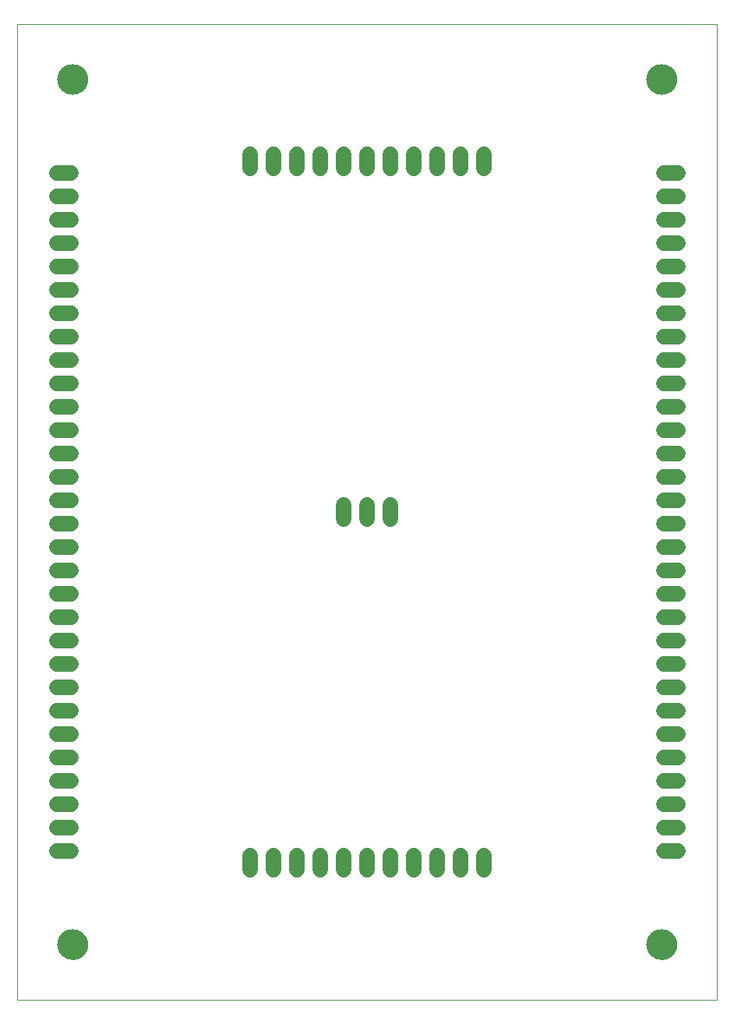
<source format=gts>
G75*
%MOIN*%
%OFA0B0*%
%FSLAX25Y25*%
%IPPOS*%
%LPD*%
%AMOC8*
5,1,8,0,0,1.08239X$1,22.5*
%
%ADD10C,0.00000*%
%ADD11C,0.06500*%
%ADD12C,0.13098*%
D10*
X0012961Y0010993D02*
X0012961Y0428315D01*
X0312174Y0428315D01*
X0312174Y0010993D01*
X0012961Y0010993D01*
X0030284Y0034615D02*
X0030286Y0034773D01*
X0030292Y0034931D01*
X0030302Y0035089D01*
X0030316Y0035247D01*
X0030334Y0035404D01*
X0030355Y0035561D01*
X0030381Y0035717D01*
X0030411Y0035873D01*
X0030444Y0036028D01*
X0030482Y0036181D01*
X0030523Y0036334D01*
X0030568Y0036486D01*
X0030617Y0036637D01*
X0030670Y0036786D01*
X0030726Y0036934D01*
X0030786Y0037080D01*
X0030850Y0037225D01*
X0030918Y0037368D01*
X0030989Y0037510D01*
X0031063Y0037650D01*
X0031141Y0037787D01*
X0031223Y0037923D01*
X0031307Y0038057D01*
X0031396Y0038188D01*
X0031487Y0038317D01*
X0031582Y0038444D01*
X0031679Y0038569D01*
X0031780Y0038691D01*
X0031884Y0038810D01*
X0031991Y0038927D01*
X0032101Y0039041D01*
X0032214Y0039152D01*
X0032329Y0039261D01*
X0032447Y0039366D01*
X0032568Y0039468D01*
X0032691Y0039568D01*
X0032817Y0039664D01*
X0032945Y0039757D01*
X0033075Y0039847D01*
X0033208Y0039933D01*
X0033343Y0040017D01*
X0033479Y0040096D01*
X0033618Y0040173D01*
X0033759Y0040245D01*
X0033901Y0040315D01*
X0034045Y0040380D01*
X0034191Y0040442D01*
X0034338Y0040500D01*
X0034487Y0040555D01*
X0034637Y0040606D01*
X0034788Y0040653D01*
X0034940Y0040696D01*
X0035093Y0040735D01*
X0035248Y0040771D01*
X0035403Y0040802D01*
X0035559Y0040830D01*
X0035715Y0040854D01*
X0035872Y0040874D01*
X0036030Y0040890D01*
X0036187Y0040902D01*
X0036346Y0040910D01*
X0036504Y0040914D01*
X0036662Y0040914D01*
X0036820Y0040910D01*
X0036979Y0040902D01*
X0037136Y0040890D01*
X0037294Y0040874D01*
X0037451Y0040854D01*
X0037607Y0040830D01*
X0037763Y0040802D01*
X0037918Y0040771D01*
X0038073Y0040735D01*
X0038226Y0040696D01*
X0038378Y0040653D01*
X0038529Y0040606D01*
X0038679Y0040555D01*
X0038828Y0040500D01*
X0038975Y0040442D01*
X0039121Y0040380D01*
X0039265Y0040315D01*
X0039407Y0040245D01*
X0039548Y0040173D01*
X0039687Y0040096D01*
X0039823Y0040017D01*
X0039958Y0039933D01*
X0040091Y0039847D01*
X0040221Y0039757D01*
X0040349Y0039664D01*
X0040475Y0039568D01*
X0040598Y0039468D01*
X0040719Y0039366D01*
X0040837Y0039261D01*
X0040952Y0039152D01*
X0041065Y0039041D01*
X0041175Y0038927D01*
X0041282Y0038810D01*
X0041386Y0038691D01*
X0041487Y0038569D01*
X0041584Y0038444D01*
X0041679Y0038317D01*
X0041770Y0038188D01*
X0041859Y0038057D01*
X0041943Y0037923D01*
X0042025Y0037787D01*
X0042103Y0037650D01*
X0042177Y0037510D01*
X0042248Y0037368D01*
X0042316Y0037225D01*
X0042380Y0037080D01*
X0042440Y0036934D01*
X0042496Y0036786D01*
X0042549Y0036637D01*
X0042598Y0036486D01*
X0042643Y0036334D01*
X0042684Y0036181D01*
X0042722Y0036028D01*
X0042755Y0035873D01*
X0042785Y0035717D01*
X0042811Y0035561D01*
X0042832Y0035404D01*
X0042850Y0035247D01*
X0042864Y0035089D01*
X0042874Y0034931D01*
X0042880Y0034773D01*
X0042882Y0034615D01*
X0042880Y0034457D01*
X0042874Y0034299D01*
X0042864Y0034141D01*
X0042850Y0033983D01*
X0042832Y0033826D01*
X0042811Y0033669D01*
X0042785Y0033513D01*
X0042755Y0033357D01*
X0042722Y0033202D01*
X0042684Y0033049D01*
X0042643Y0032896D01*
X0042598Y0032744D01*
X0042549Y0032593D01*
X0042496Y0032444D01*
X0042440Y0032296D01*
X0042380Y0032150D01*
X0042316Y0032005D01*
X0042248Y0031862D01*
X0042177Y0031720D01*
X0042103Y0031580D01*
X0042025Y0031443D01*
X0041943Y0031307D01*
X0041859Y0031173D01*
X0041770Y0031042D01*
X0041679Y0030913D01*
X0041584Y0030786D01*
X0041487Y0030661D01*
X0041386Y0030539D01*
X0041282Y0030420D01*
X0041175Y0030303D01*
X0041065Y0030189D01*
X0040952Y0030078D01*
X0040837Y0029969D01*
X0040719Y0029864D01*
X0040598Y0029762D01*
X0040475Y0029662D01*
X0040349Y0029566D01*
X0040221Y0029473D01*
X0040091Y0029383D01*
X0039958Y0029297D01*
X0039823Y0029213D01*
X0039687Y0029134D01*
X0039548Y0029057D01*
X0039407Y0028985D01*
X0039265Y0028915D01*
X0039121Y0028850D01*
X0038975Y0028788D01*
X0038828Y0028730D01*
X0038679Y0028675D01*
X0038529Y0028624D01*
X0038378Y0028577D01*
X0038226Y0028534D01*
X0038073Y0028495D01*
X0037918Y0028459D01*
X0037763Y0028428D01*
X0037607Y0028400D01*
X0037451Y0028376D01*
X0037294Y0028356D01*
X0037136Y0028340D01*
X0036979Y0028328D01*
X0036820Y0028320D01*
X0036662Y0028316D01*
X0036504Y0028316D01*
X0036346Y0028320D01*
X0036187Y0028328D01*
X0036030Y0028340D01*
X0035872Y0028356D01*
X0035715Y0028376D01*
X0035559Y0028400D01*
X0035403Y0028428D01*
X0035248Y0028459D01*
X0035093Y0028495D01*
X0034940Y0028534D01*
X0034788Y0028577D01*
X0034637Y0028624D01*
X0034487Y0028675D01*
X0034338Y0028730D01*
X0034191Y0028788D01*
X0034045Y0028850D01*
X0033901Y0028915D01*
X0033759Y0028985D01*
X0033618Y0029057D01*
X0033479Y0029134D01*
X0033343Y0029213D01*
X0033208Y0029297D01*
X0033075Y0029383D01*
X0032945Y0029473D01*
X0032817Y0029566D01*
X0032691Y0029662D01*
X0032568Y0029762D01*
X0032447Y0029864D01*
X0032329Y0029969D01*
X0032214Y0030078D01*
X0032101Y0030189D01*
X0031991Y0030303D01*
X0031884Y0030420D01*
X0031780Y0030539D01*
X0031679Y0030661D01*
X0031582Y0030786D01*
X0031487Y0030913D01*
X0031396Y0031042D01*
X0031307Y0031173D01*
X0031223Y0031307D01*
X0031141Y0031443D01*
X0031063Y0031580D01*
X0030989Y0031720D01*
X0030918Y0031862D01*
X0030850Y0032005D01*
X0030786Y0032150D01*
X0030726Y0032296D01*
X0030670Y0032444D01*
X0030617Y0032593D01*
X0030568Y0032744D01*
X0030523Y0032896D01*
X0030482Y0033049D01*
X0030444Y0033202D01*
X0030411Y0033357D01*
X0030381Y0033513D01*
X0030355Y0033669D01*
X0030334Y0033826D01*
X0030316Y0033983D01*
X0030302Y0034141D01*
X0030292Y0034299D01*
X0030286Y0034457D01*
X0030284Y0034615D01*
X0282253Y0034615D02*
X0282255Y0034773D01*
X0282261Y0034931D01*
X0282271Y0035089D01*
X0282285Y0035247D01*
X0282303Y0035404D01*
X0282324Y0035561D01*
X0282350Y0035717D01*
X0282380Y0035873D01*
X0282413Y0036028D01*
X0282451Y0036181D01*
X0282492Y0036334D01*
X0282537Y0036486D01*
X0282586Y0036637D01*
X0282639Y0036786D01*
X0282695Y0036934D01*
X0282755Y0037080D01*
X0282819Y0037225D01*
X0282887Y0037368D01*
X0282958Y0037510D01*
X0283032Y0037650D01*
X0283110Y0037787D01*
X0283192Y0037923D01*
X0283276Y0038057D01*
X0283365Y0038188D01*
X0283456Y0038317D01*
X0283551Y0038444D01*
X0283648Y0038569D01*
X0283749Y0038691D01*
X0283853Y0038810D01*
X0283960Y0038927D01*
X0284070Y0039041D01*
X0284183Y0039152D01*
X0284298Y0039261D01*
X0284416Y0039366D01*
X0284537Y0039468D01*
X0284660Y0039568D01*
X0284786Y0039664D01*
X0284914Y0039757D01*
X0285044Y0039847D01*
X0285177Y0039933D01*
X0285312Y0040017D01*
X0285448Y0040096D01*
X0285587Y0040173D01*
X0285728Y0040245D01*
X0285870Y0040315D01*
X0286014Y0040380D01*
X0286160Y0040442D01*
X0286307Y0040500D01*
X0286456Y0040555D01*
X0286606Y0040606D01*
X0286757Y0040653D01*
X0286909Y0040696D01*
X0287062Y0040735D01*
X0287217Y0040771D01*
X0287372Y0040802D01*
X0287528Y0040830D01*
X0287684Y0040854D01*
X0287841Y0040874D01*
X0287999Y0040890D01*
X0288156Y0040902D01*
X0288315Y0040910D01*
X0288473Y0040914D01*
X0288631Y0040914D01*
X0288789Y0040910D01*
X0288948Y0040902D01*
X0289105Y0040890D01*
X0289263Y0040874D01*
X0289420Y0040854D01*
X0289576Y0040830D01*
X0289732Y0040802D01*
X0289887Y0040771D01*
X0290042Y0040735D01*
X0290195Y0040696D01*
X0290347Y0040653D01*
X0290498Y0040606D01*
X0290648Y0040555D01*
X0290797Y0040500D01*
X0290944Y0040442D01*
X0291090Y0040380D01*
X0291234Y0040315D01*
X0291376Y0040245D01*
X0291517Y0040173D01*
X0291656Y0040096D01*
X0291792Y0040017D01*
X0291927Y0039933D01*
X0292060Y0039847D01*
X0292190Y0039757D01*
X0292318Y0039664D01*
X0292444Y0039568D01*
X0292567Y0039468D01*
X0292688Y0039366D01*
X0292806Y0039261D01*
X0292921Y0039152D01*
X0293034Y0039041D01*
X0293144Y0038927D01*
X0293251Y0038810D01*
X0293355Y0038691D01*
X0293456Y0038569D01*
X0293553Y0038444D01*
X0293648Y0038317D01*
X0293739Y0038188D01*
X0293828Y0038057D01*
X0293912Y0037923D01*
X0293994Y0037787D01*
X0294072Y0037650D01*
X0294146Y0037510D01*
X0294217Y0037368D01*
X0294285Y0037225D01*
X0294349Y0037080D01*
X0294409Y0036934D01*
X0294465Y0036786D01*
X0294518Y0036637D01*
X0294567Y0036486D01*
X0294612Y0036334D01*
X0294653Y0036181D01*
X0294691Y0036028D01*
X0294724Y0035873D01*
X0294754Y0035717D01*
X0294780Y0035561D01*
X0294801Y0035404D01*
X0294819Y0035247D01*
X0294833Y0035089D01*
X0294843Y0034931D01*
X0294849Y0034773D01*
X0294851Y0034615D01*
X0294849Y0034457D01*
X0294843Y0034299D01*
X0294833Y0034141D01*
X0294819Y0033983D01*
X0294801Y0033826D01*
X0294780Y0033669D01*
X0294754Y0033513D01*
X0294724Y0033357D01*
X0294691Y0033202D01*
X0294653Y0033049D01*
X0294612Y0032896D01*
X0294567Y0032744D01*
X0294518Y0032593D01*
X0294465Y0032444D01*
X0294409Y0032296D01*
X0294349Y0032150D01*
X0294285Y0032005D01*
X0294217Y0031862D01*
X0294146Y0031720D01*
X0294072Y0031580D01*
X0293994Y0031443D01*
X0293912Y0031307D01*
X0293828Y0031173D01*
X0293739Y0031042D01*
X0293648Y0030913D01*
X0293553Y0030786D01*
X0293456Y0030661D01*
X0293355Y0030539D01*
X0293251Y0030420D01*
X0293144Y0030303D01*
X0293034Y0030189D01*
X0292921Y0030078D01*
X0292806Y0029969D01*
X0292688Y0029864D01*
X0292567Y0029762D01*
X0292444Y0029662D01*
X0292318Y0029566D01*
X0292190Y0029473D01*
X0292060Y0029383D01*
X0291927Y0029297D01*
X0291792Y0029213D01*
X0291656Y0029134D01*
X0291517Y0029057D01*
X0291376Y0028985D01*
X0291234Y0028915D01*
X0291090Y0028850D01*
X0290944Y0028788D01*
X0290797Y0028730D01*
X0290648Y0028675D01*
X0290498Y0028624D01*
X0290347Y0028577D01*
X0290195Y0028534D01*
X0290042Y0028495D01*
X0289887Y0028459D01*
X0289732Y0028428D01*
X0289576Y0028400D01*
X0289420Y0028376D01*
X0289263Y0028356D01*
X0289105Y0028340D01*
X0288948Y0028328D01*
X0288789Y0028320D01*
X0288631Y0028316D01*
X0288473Y0028316D01*
X0288315Y0028320D01*
X0288156Y0028328D01*
X0287999Y0028340D01*
X0287841Y0028356D01*
X0287684Y0028376D01*
X0287528Y0028400D01*
X0287372Y0028428D01*
X0287217Y0028459D01*
X0287062Y0028495D01*
X0286909Y0028534D01*
X0286757Y0028577D01*
X0286606Y0028624D01*
X0286456Y0028675D01*
X0286307Y0028730D01*
X0286160Y0028788D01*
X0286014Y0028850D01*
X0285870Y0028915D01*
X0285728Y0028985D01*
X0285587Y0029057D01*
X0285448Y0029134D01*
X0285312Y0029213D01*
X0285177Y0029297D01*
X0285044Y0029383D01*
X0284914Y0029473D01*
X0284786Y0029566D01*
X0284660Y0029662D01*
X0284537Y0029762D01*
X0284416Y0029864D01*
X0284298Y0029969D01*
X0284183Y0030078D01*
X0284070Y0030189D01*
X0283960Y0030303D01*
X0283853Y0030420D01*
X0283749Y0030539D01*
X0283648Y0030661D01*
X0283551Y0030786D01*
X0283456Y0030913D01*
X0283365Y0031042D01*
X0283276Y0031173D01*
X0283192Y0031307D01*
X0283110Y0031443D01*
X0283032Y0031580D01*
X0282958Y0031720D01*
X0282887Y0031862D01*
X0282819Y0032005D01*
X0282755Y0032150D01*
X0282695Y0032296D01*
X0282639Y0032444D01*
X0282586Y0032593D01*
X0282537Y0032744D01*
X0282492Y0032896D01*
X0282451Y0033049D01*
X0282413Y0033202D01*
X0282380Y0033357D01*
X0282350Y0033513D01*
X0282324Y0033669D01*
X0282303Y0033826D01*
X0282285Y0033983D01*
X0282271Y0034141D01*
X0282261Y0034299D01*
X0282255Y0034457D01*
X0282253Y0034615D01*
X0282253Y0404693D02*
X0282255Y0404851D01*
X0282261Y0405009D01*
X0282271Y0405167D01*
X0282285Y0405325D01*
X0282303Y0405482D01*
X0282324Y0405639D01*
X0282350Y0405795D01*
X0282380Y0405951D01*
X0282413Y0406106D01*
X0282451Y0406259D01*
X0282492Y0406412D01*
X0282537Y0406564D01*
X0282586Y0406715D01*
X0282639Y0406864D01*
X0282695Y0407012D01*
X0282755Y0407158D01*
X0282819Y0407303D01*
X0282887Y0407446D01*
X0282958Y0407588D01*
X0283032Y0407728D01*
X0283110Y0407865D01*
X0283192Y0408001D01*
X0283276Y0408135D01*
X0283365Y0408266D01*
X0283456Y0408395D01*
X0283551Y0408522D01*
X0283648Y0408647D01*
X0283749Y0408769D01*
X0283853Y0408888D01*
X0283960Y0409005D01*
X0284070Y0409119D01*
X0284183Y0409230D01*
X0284298Y0409339D01*
X0284416Y0409444D01*
X0284537Y0409546D01*
X0284660Y0409646D01*
X0284786Y0409742D01*
X0284914Y0409835D01*
X0285044Y0409925D01*
X0285177Y0410011D01*
X0285312Y0410095D01*
X0285448Y0410174D01*
X0285587Y0410251D01*
X0285728Y0410323D01*
X0285870Y0410393D01*
X0286014Y0410458D01*
X0286160Y0410520D01*
X0286307Y0410578D01*
X0286456Y0410633D01*
X0286606Y0410684D01*
X0286757Y0410731D01*
X0286909Y0410774D01*
X0287062Y0410813D01*
X0287217Y0410849D01*
X0287372Y0410880D01*
X0287528Y0410908D01*
X0287684Y0410932D01*
X0287841Y0410952D01*
X0287999Y0410968D01*
X0288156Y0410980D01*
X0288315Y0410988D01*
X0288473Y0410992D01*
X0288631Y0410992D01*
X0288789Y0410988D01*
X0288948Y0410980D01*
X0289105Y0410968D01*
X0289263Y0410952D01*
X0289420Y0410932D01*
X0289576Y0410908D01*
X0289732Y0410880D01*
X0289887Y0410849D01*
X0290042Y0410813D01*
X0290195Y0410774D01*
X0290347Y0410731D01*
X0290498Y0410684D01*
X0290648Y0410633D01*
X0290797Y0410578D01*
X0290944Y0410520D01*
X0291090Y0410458D01*
X0291234Y0410393D01*
X0291376Y0410323D01*
X0291517Y0410251D01*
X0291656Y0410174D01*
X0291792Y0410095D01*
X0291927Y0410011D01*
X0292060Y0409925D01*
X0292190Y0409835D01*
X0292318Y0409742D01*
X0292444Y0409646D01*
X0292567Y0409546D01*
X0292688Y0409444D01*
X0292806Y0409339D01*
X0292921Y0409230D01*
X0293034Y0409119D01*
X0293144Y0409005D01*
X0293251Y0408888D01*
X0293355Y0408769D01*
X0293456Y0408647D01*
X0293553Y0408522D01*
X0293648Y0408395D01*
X0293739Y0408266D01*
X0293828Y0408135D01*
X0293912Y0408001D01*
X0293994Y0407865D01*
X0294072Y0407728D01*
X0294146Y0407588D01*
X0294217Y0407446D01*
X0294285Y0407303D01*
X0294349Y0407158D01*
X0294409Y0407012D01*
X0294465Y0406864D01*
X0294518Y0406715D01*
X0294567Y0406564D01*
X0294612Y0406412D01*
X0294653Y0406259D01*
X0294691Y0406106D01*
X0294724Y0405951D01*
X0294754Y0405795D01*
X0294780Y0405639D01*
X0294801Y0405482D01*
X0294819Y0405325D01*
X0294833Y0405167D01*
X0294843Y0405009D01*
X0294849Y0404851D01*
X0294851Y0404693D01*
X0294849Y0404535D01*
X0294843Y0404377D01*
X0294833Y0404219D01*
X0294819Y0404061D01*
X0294801Y0403904D01*
X0294780Y0403747D01*
X0294754Y0403591D01*
X0294724Y0403435D01*
X0294691Y0403280D01*
X0294653Y0403127D01*
X0294612Y0402974D01*
X0294567Y0402822D01*
X0294518Y0402671D01*
X0294465Y0402522D01*
X0294409Y0402374D01*
X0294349Y0402228D01*
X0294285Y0402083D01*
X0294217Y0401940D01*
X0294146Y0401798D01*
X0294072Y0401658D01*
X0293994Y0401521D01*
X0293912Y0401385D01*
X0293828Y0401251D01*
X0293739Y0401120D01*
X0293648Y0400991D01*
X0293553Y0400864D01*
X0293456Y0400739D01*
X0293355Y0400617D01*
X0293251Y0400498D01*
X0293144Y0400381D01*
X0293034Y0400267D01*
X0292921Y0400156D01*
X0292806Y0400047D01*
X0292688Y0399942D01*
X0292567Y0399840D01*
X0292444Y0399740D01*
X0292318Y0399644D01*
X0292190Y0399551D01*
X0292060Y0399461D01*
X0291927Y0399375D01*
X0291792Y0399291D01*
X0291656Y0399212D01*
X0291517Y0399135D01*
X0291376Y0399063D01*
X0291234Y0398993D01*
X0291090Y0398928D01*
X0290944Y0398866D01*
X0290797Y0398808D01*
X0290648Y0398753D01*
X0290498Y0398702D01*
X0290347Y0398655D01*
X0290195Y0398612D01*
X0290042Y0398573D01*
X0289887Y0398537D01*
X0289732Y0398506D01*
X0289576Y0398478D01*
X0289420Y0398454D01*
X0289263Y0398434D01*
X0289105Y0398418D01*
X0288948Y0398406D01*
X0288789Y0398398D01*
X0288631Y0398394D01*
X0288473Y0398394D01*
X0288315Y0398398D01*
X0288156Y0398406D01*
X0287999Y0398418D01*
X0287841Y0398434D01*
X0287684Y0398454D01*
X0287528Y0398478D01*
X0287372Y0398506D01*
X0287217Y0398537D01*
X0287062Y0398573D01*
X0286909Y0398612D01*
X0286757Y0398655D01*
X0286606Y0398702D01*
X0286456Y0398753D01*
X0286307Y0398808D01*
X0286160Y0398866D01*
X0286014Y0398928D01*
X0285870Y0398993D01*
X0285728Y0399063D01*
X0285587Y0399135D01*
X0285448Y0399212D01*
X0285312Y0399291D01*
X0285177Y0399375D01*
X0285044Y0399461D01*
X0284914Y0399551D01*
X0284786Y0399644D01*
X0284660Y0399740D01*
X0284537Y0399840D01*
X0284416Y0399942D01*
X0284298Y0400047D01*
X0284183Y0400156D01*
X0284070Y0400267D01*
X0283960Y0400381D01*
X0283853Y0400498D01*
X0283749Y0400617D01*
X0283648Y0400739D01*
X0283551Y0400864D01*
X0283456Y0400991D01*
X0283365Y0401120D01*
X0283276Y0401251D01*
X0283192Y0401385D01*
X0283110Y0401521D01*
X0283032Y0401658D01*
X0282958Y0401798D01*
X0282887Y0401940D01*
X0282819Y0402083D01*
X0282755Y0402228D01*
X0282695Y0402374D01*
X0282639Y0402522D01*
X0282586Y0402671D01*
X0282537Y0402822D01*
X0282492Y0402974D01*
X0282451Y0403127D01*
X0282413Y0403280D01*
X0282380Y0403435D01*
X0282350Y0403591D01*
X0282324Y0403747D01*
X0282303Y0403904D01*
X0282285Y0404061D01*
X0282271Y0404219D01*
X0282261Y0404377D01*
X0282255Y0404535D01*
X0282253Y0404693D01*
X0030284Y0404693D02*
X0030286Y0404851D01*
X0030292Y0405009D01*
X0030302Y0405167D01*
X0030316Y0405325D01*
X0030334Y0405482D01*
X0030355Y0405639D01*
X0030381Y0405795D01*
X0030411Y0405951D01*
X0030444Y0406106D01*
X0030482Y0406259D01*
X0030523Y0406412D01*
X0030568Y0406564D01*
X0030617Y0406715D01*
X0030670Y0406864D01*
X0030726Y0407012D01*
X0030786Y0407158D01*
X0030850Y0407303D01*
X0030918Y0407446D01*
X0030989Y0407588D01*
X0031063Y0407728D01*
X0031141Y0407865D01*
X0031223Y0408001D01*
X0031307Y0408135D01*
X0031396Y0408266D01*
X0031487Y0408395D01*
X0031582Y0408522D01*
X0031679Y0408647D01*
X0031780Y0408769D01*
X0031884Y0408888D01*
X0031991Y0409005D01*
X0032101Y0409119D01*
X0032214Y0409230D01*
X0032329Y0409339D01*
X0032447Y0409444D01*
X0032568Y0409546D01*
X0032691Y0409646D01*
X0032817Y0409742D01*
X0032945Y0409835D01*
X0033075Y0409925D01*
X0033208Y0410011D01*
X0033343Y0410095D01*
X0033479Y0410174D01*
X0033618Y0410251D01*
X0033759Y0410323D01*
X0033901Y0410393D01*
X0034045Y0410458D01*
X0034191Y0410520D01*
X0034338Y0410578D01*
X0034487Y0410633D01*
X0034637Y0410684D01*
X0034788Y0410731D01*
X0034940Y0410774D01*
X0035093Y0410813D01*
X0035248Y0410849D01*
X0035403Y0410880D01*
X0035559Y0410908D01*
X0035715Y0410932D01*
X0035872Y0410952D01*
X0036030Y0410968D01*
X0036187Y0410980D01*
X0036346Y0410988D01*
X0036504Y0410992D01*
X0036662Y0410992D01*
X0036820Y0410988D01*
X0036979Y0410980D01*
X0037136Y0410968D01*
X0037294Y0410952D01*
X0037451Y0410932D01*
X0037607Y0410908D01*
X0037763Y0410880D01*
X0037918Y0410849D01*
X0038073Y0410813D01*
X0038226Y0410774D01*
X0038378Y0410731D01*
X0038529Y0410684D01*
X0038679Y0410633D01*
X0038828Y0410578D01*
X0038975Y0410520D01*
X0039121Y0410458D01*
X0039265Y0410393D01*
X0039407Y0410323D01*
X0039548Y0410251D01*
X0039687Y0410174D01*
X0039823Y0410095D01*
X0039958Y0410011D01*
X0040091Y0409925D01*
X0040221Y0409835D01*
X0040349Y0409742D01*
X0040475Y0409646D01*
X0040598Y0409546D01*
X0040719Y0409444D01*
X0040837Y0409339D01*
X0040952Y0409230D01*
X0041065Y0409119D01*
X0041175Y0409005D01*
X0041282Y0408888D01*
X0041386Y0408769D01*
X0041487Y0408647D01*
X0041584Y0408522D01*
X0041679Y0408395D01*
X0041770Y0408266D01*
X0041859Y0408135D01*
X0041943Y0408001D01*
X0042025Y0407865D01*
X0042103Y0407728D01*
X0042177Y0407588D01*
X0042248Y0407446D01*
X0042316Y0407303D01*
X0042380Y0407158D01*
X0042440Y0407012D01*
X0042496Y0406864D01*
X0042549Y0406715D01*
X0042598Y0406564D01*
X0042643Y0406412D01*
X0042684Y0406259D01*
X0042722Y0406106D01*
X0042755Y0405951D01*
X0042785Y0405795D01*
X0042811Y0405639D01*
X0042832Y0405482D01*
X0042850Y0405325D01*
X0042864Y0405167D01*
X0042874Y0405009D01*
X0042880Y0404851D01*
X0042882Y0404693D01*
X0042880Y0404535D01*
X0042874Y0404377D01*
X0042864Y0404219D01*
X0042850Y0404061D01*
X0042832Y0403904D01*
X0042811Y0403747D01*
X0042785Y0403591D01*
X0042755Y0403435D01*
X0042722Y0403280D01*
X0042684Y0403127D01*
X0042643Y0402974D01*
X0042598Y0402822D01*
X0042549Y0402671D01*
X0042496Y0402522D01*
X0042440Y0402374D01*
X0042380Y0402228D01*
X0042316Y0402083D01*
X0042248Y0401940D01*
X0042177Y0401798D01*
X0042103Y0401658D01*
X0042025Y0401521D01*
X0041943Y0401385D01*
X0041859Y0401251D01*
X0041770Y0401120D01*
X0041679Y0400991D01*
X0041584Y0400864D01*
X0041487Y0400739D01*
X0041386Y0400617D01*
X0041282Y0400498D01*
X0041175Y0400381D01*
X0041065Y0400267D01*
X0040952Y0400156D01*
X0040837Y0400047D01*
X0040719Y0399942D01*
X0040598Y0399840D01*
X0040475Y0399740D01*
X0040349Y0399644D01*
X0040221Y0399551D01*
X0040091Y0399461D01*
X0039958Y0399375D01*
X0039823Y0399291D01*
X0039687Y0399212D01*
X0039548Y0399135D01*
X0039407Y0399063D01*
X0039265Y0398993D01*
X0039121Y0398928D01*
X0038975Y0398866D01*
X0038828Y0398808D01*
X0038679Y0398753D01*
X0038529Y0398702D01*
X0038378Y0398655D01*
X0038226Y0398612D01*
X0038073Y0398573D01*
X0037918Y0398537D01*
X0037763Y0398506D01*
X0037607Y0398478D01*
X0037451Y0398454D01*
X0037294Y0398434D01*
X0037136Y0398418D01*
X0036979Y0398406D01*
X0036820Y0398398D01*
X0036662Y0398394D01*
X0036504Y0398394D01*
X0036346Y0398398D01*
X0036187Y0398406D01*
X0036030Y0398418D01*
X0035872Y0398434D01*
X0035715Y0398454D01*
X0035559Y0398478D01*
X0035403Y0398506D01*
X0035248Y0398537D01*
X0035093Y0398573D01*
X0034940Y0398612D01*
X0034788Y0398655D01*
X0034637Y0398702D01*
X0034487Y0398753D01*
X0034338Y0398808D01*
X0034191Y0398866D01*
X0034045Y0398928D01*
X0033901Y0398993D01*
X0033759Y0399063D01*
X0033618Y0399135D01*
X0033479Y0399212D01*
X0033343Y0399291D01*
X0033208Y0399375D01*
X0033075Y0399461D01*
X0032945Y0399551D01*
X0032817Y0399644D01*
X0032691Y0399740D01*
X0032568Y0399840D01*
X0032447Y0399942D01*
X0032329Y0400047D01*
X0032214Y0400156D01*
X0032101Y0400267D01*
X0031991Y0400381D01*
X0031884Y0400498D01*
X0031780Y0400617D01*
X0031679Y0400739D01*
X0031582Y0400864D01*
X0031487Y0400991D01*
X0031396Y0401120D01*
X0031307Y0401251D01*
X0031223Y0401385D01*
X0031141Y0401521D01*
X0031063Y0401658D01*
X0030989Y0401798D01*
X0030918Y0401940D01*
X0030850Y0402083D01*
X0030786Y0402228D01*
X0030726Y0402374D01*
X0030670Y0402522D01*
X0030617Y0402671D01*
X0030568Y0402822D01*
X0030523Y0402974D01*
X0030482Y0403127D01*
X0030444Y0403280D01*
X0030411Y0403435D01*
X0030381Y0403591D01*
X0030355Y0403747D01*
X0030334Y0403904D01*
X0030316Y0404061D01*
X0030302Y0404219D01*
X0030292Y0404377D01*
X0030286Y0404535D01*
X0030284Y0404693D01*
D11*
X0029646Y0364654D02*
X0035646Y0364654D01*
X0035646Y0354654D02*
X0029646Y0354654D01*
X0029646Y0344654D02*
X0035646Y0344654D01*
X0035646Y0334654D02*
X0029646Y0334654D01*
X0029646Y0324654D02*
X0035646Y0324654D01*
X0035646Y0314654D02*
X0029646Y0314654D01*
X0029646Y0304654D02*
X0035646Y0304654D01*
X0035646Y0294654D02*
X0029646Y0294654D01*
X0029646Y0284654D02*
X0035646Y0284654D01*
X0035646Y0274654D02*
X0029646Y0274654D01*
X0029646Y0264654D02*
X0035646Y0264654D01*
X0035646Y0254654D02*
X0029646Y0254654D01*
X0029646Y0244654D02*
X0035646Y0244654D01*
X0035646Y0234654D02*
X0029646Y0234654D01*
X0029646Y0224654D02*
X0035646Y0224654D01*
X0035646Y0214654D02*
X0029646Y0214654D01*
X0029646Y0204654D02*
X0035646Y0204654D01*
X0035646Y0194654D02*
X0029646Y0194654D01*
X0029646Y0184654D02*
X0035646Y0184654D01*
X0035646Y0174654D02*
X0029646Y0174654D01*
X0029646Y0164654D02*
X0035646Y0164654D01*
X0035646Y0154654D02*
X0029646Y0154654D01*
X0029646Y0144654D02*
X0035646Y0144654D01*
X0035646Y0134654D02*
X0029646Y0134654D01*
X0029646Y0124654D02*
X0035646Y0124654D01*
X0035646Y0114654D02*
X0029646Y0114654D01*
X0029646Y0104654D02*
X0035646Y0104654D01*
X0035646Y0094654D02*
X0029646Y0094654D01*
X0029646Y0084654D02*
X0035646Y0084654D01*
X0035646Y0074654D02*
X0029646Y0074654D01*
X0112567Y0072654D02*
X0112567Y0066654D01*
X0122567Y0066654D02*
X0122567Y0072654D01*
X0132567Y0072654D02*
X0132567Y0066654D01*
X0142567Y0066654D02*
X0142567Y0072654D01*
X0152567Y0072654D02*
X0152567Y0066654D01*
X0162567Y0066654D02*
X0162567Y0072654D01*
X0172567Y0072654D02*
X0172567Y0066654D01*
X0182567Y0066654D02*
X0182567Y0072654D01*
X0192567Y0072654D02*
X0192567Y0066654D01*
X0202567Y0066654D02*
X0202567Y0072654D01*
X0212567Y0072654D02*
X0212567Y0066654D01*
X0289489Y0074654D02*
X0295489Y0074654D01*
X0295489Y0084654D02*
X0289489Y0084654D01*
X0289489Y0094654D02*
X0295489Y0094654D01*
X0295489Y0104654D02*
X0289489Y0104654D01*
X0289489Y0114654D02*
X0295489Y0114654D01*
X0295489Y0124654D02*
X0289489Y0124654D01*
X0289489Y0134654D02*
X0295489Y0134654D01*
X0295489Y0144654D02*
X0289489Y0144654D01*
X0289489Y0154654D02*
X0295489Y0154654D01*
X0295489Y0164654D02*
X0289489Y0164654D01*
X0289489Y0174654D02*
X0295489Y0174654D01*
X0295489Y0184654D02*
X0289489Y0184654D01*
X0289489Y0194654D02*
X0295489Y0194654D01*
X0295489Y0204654D02*
X0289489Y0204654D01*
X0289489Y0214654D02*
X0295489Y0214654D01*
X0295489Y0224654D02*
X0289489Y0224654D01*
X0289489Y0234654D02*
X0295489Y0234654D01*
X0295489Y0244654D02*
X0289489Y0244654D01*
X0289489Y0254654D02*
X0295489Y0254654D01*
X0295489Y0264654D02*
X0289489Y0264654D01*
X0289489Y0274654D02*
X0295489Y0274654D01*
X0295489Y0284654D02*
X0289489Y0284654D01*
X0289489Y0294654D02*
X0295489Y0294654D01*
X0295489Y0304654D02*
X0289489Y0304654D01*
X0289489Y0314654D02*
X0295489Y0314654D01*
X0295489Y0324654D02*
X0289489Y0324654D01*
X0289489Y0334654D02*
X0295489Y0334654D01*
X0295489Y0344654D02*
X0289489Y0344654D01*
X0289489Y0354654D02*
X0295489Y0354654D01*
X0295489Y0364654D02*
X0289489Y0364654D01*
X0212567Y0366654D02*
X0212567Y0372654D01*
X0202567Y0372654D02*
X0202567Y0366654D01*
X0192567Y0366654D02*
X0192567Y0372654D01*
X0182567Y0372654D02*
X0182567Y0366654D01*
X0172567Y0366654D02*
X0172567Y0372654D01*
X0162567Y0372654D02*
X0162567Y0366654D01*
X0152567Y0366654D02*
X0152567Y0372654D01*
X0142567Y0372654D02*
X0142567Y0366654D01*
X0132567Y0366654D02*
X0132567Y0372654D01*
X0122567Y0372654D02*
X0122567Y0366654D01*
X0112567Y0366654D02*
X0112567Y0372654D01*
X0152567Y0222654D02*
X0152567Y0216654D01*
X0162567Y0216654D02*
X0162567Y0222654D01*
X0172567Y0222654D02*
X0172567Y0216654D01*
D12*
X0288552Y0034615D03*
X0036583Y0034615D03*
X0036583Y0404693D03*
X0288552Y0404693D03*
M02*

</source>
